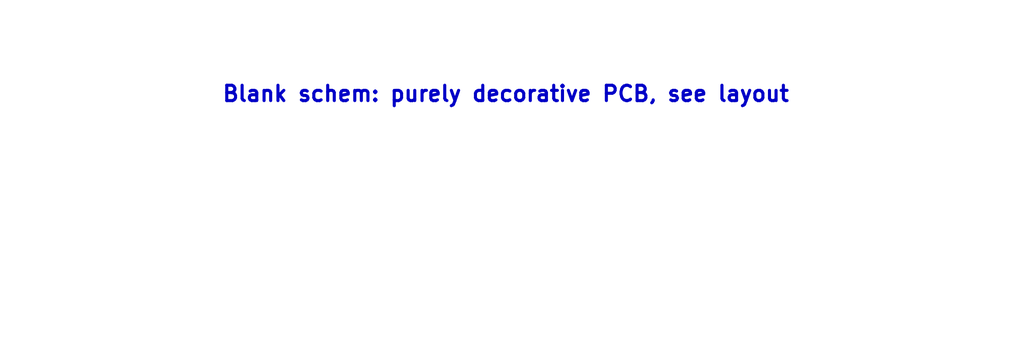
<source format=kicad_sch>
(kicad_sch (version 20230121) (generator eeschema)
  (paper "User" 200 70.0024)
  (title_block (title "Top module PCB: straight link") (company "Psychogenic Technologies INC") (comment 1 "(C) 2023 Pat Deegan"))
  (lib_symbols)
  (text "Blank schem: purely decorative PCB, see layout" (at 43.18 20.32 0) (effects (font (size 3 3) (thickness 0.6) bold) (justify left bottom)))
)
</source>
